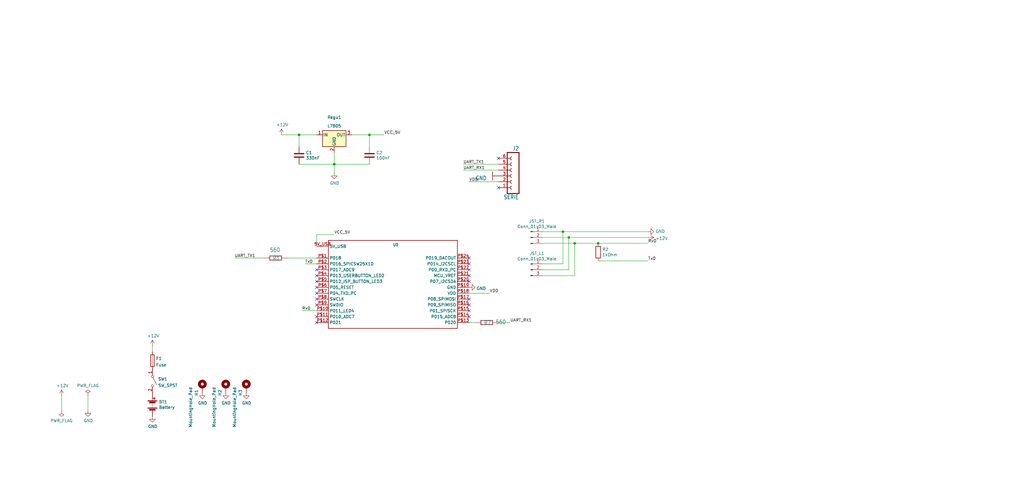
<source format=kicad_sch>
(kicad_sch (version 20211123) (generator eeschema)
  (paper "User" 443.56 210.007)
  (lib_symbols
    (symbol "CarteUE441_v2-eagle-import:FE06-1"
      (property "Reference" "SV" (at -1.27 10.922 0))
      (property "Value" "FE06-1" (at -1.27 -10.16 0))
      (symbol "FE06-1_1_0"
        (polyline (pts (xy -1.27 10.16) (xy -1.27 -7.62)) (stroke (width 0.4064)))
        (polyline (pts (xy -1.27 10.16) (xy 3.81 10.16)) (stroke (width 0.4064)))
        (polyline (pts (xy 3.81 -7.62) (xy -1.27 -7.62)) (stroke (width 0.4064)))
        (polyline (pts (xy 3.81 -7.62) (xy 3.81 10.16)) (stroke (width 0.4064)))
        (arc (start 1.905 -5.715) (mid 2.54 -5.08) (end 1.905 -4.445) (stroke (width 0.254)))
        (arc (start 1.905 -3.175) (mid 2.54 -2.54) (end 1.905 -1.905) (stroke (width 0.254)))
        (arc (start 1.905 -0.635) (mid 2.54 0) (end 1.905 0.635) (stroke (width 0.254)))
        (arc (start 1.905 1.905) (mid 2.54 2.54) (end 1.905 3.175) (stroke (width 0.254)))
        (arc (start 1.905 4.445) (mid 2.54 5.08) (end 1.905 5.715) (stroke (width 0.254)))
        (arc (start 1.905 6.985) (mid 2.54 7.62) (end 1.905 8.255) (stroke (width 0.254)))
        (pin passive line (at 7.62 -5.08 180) (length 5.08) (name "1") (number "1"))
        (pin passive line (at 7.62 -2.54 180) (length 5.08) (name "2") (number "2"))
        (pin passive line (at 7.62 0 180) (length 5.08) (name "3") (number "3"))
        (pin passive line (at 7.62 2.54 180) (length 5.08) (name "4") (number "4"))
        (pin passive line (at 7.62 5.08 180) (length 5.08) (name "5") (number "5"))
        (pin passive line (at 7.62 7.62 180) (length 5.08) (name "6") (number "6"))
      )
    )
    (symbol "CarteUE441_v2-eagle-import:GND" (power)
      (property "Value" "GND" (at -2.54 -2.54 0))
      (symbol "GND_1_0"
        (polyline (pts (xy -1.905 0) (xy 1.905 0)) (stroke (width 0.254)))
        (pin power_in line (at 0 2.54 270) (length 2.54) (name "GND") (number "1"))
      )
    )
    (symbol "CarteUE441_v2-eagle-import:R-EU_M1206"
      (property "Reference" "R" (at -3.81 1.4986 0))
      (property "Value" "R-EU_M1206" (at -3.81 -3.302 0))
      (symbol "R-EU_M1206_1_0"
        (polyline (pts (xy -2.54 -0.889) (xy -2.54 0.889)) (stroke (width 0.254)))
        (polyline (pts (xy -2.54 -0.889) (xy 2.54 -0.889)) (stroke (width 0.254)))
        (polyline (pts (xy 2.54 -0.889) (xy 2.54 0.889)) (stroke (width 0.254)))
        (polyline (pts (xy 2.54 0.889) (xy -2.54 0.889)) (stroke (width 0.254)))
        (pin passive line (at -5.08 0 0) (length 2.54) (name "1") (number "1"))
        (pin passive line (at 5.08 0 180) (length 2.54) (name "2") (number "2"))
      )
    )
    (symbol "CarteUE441_v2-eagle-import:XPRESSO_804"
      (symbol "XPRESSO_804_1_0"
        (polyline (pts (xy -27.94 -10.16) (xy -27.94 27.94)) (stroke (width 0.254)))
        (polyline (pts (xy -27.94 27.94) (xy 27.94 27.94)) (stroke (width 0.254)))
        (polyline (pts (xy 27.94 -10.16) (xy -27.94 -10.16)) (stroke (width 0.254)))
        (polyline (pts (xy 27.94 27.94) (xy 27.94 -10.16)) (stroke (width 0.254)))
        (pin bidirectional line (at -33.02 25.4 0) (length 5.08) (name "5V_USB") (number "5V_USB"))
        (pin bidirectional line (at -33.02 20.32 0) (length 5.08) (name "P018") (number "P$1"))
        (pin bidirectional line (at -33.02 -2.54 0) (length 5.08) (name "P011_LED4") (number "P$10"))
        (pin bidirectional line (at -33.02 -5.08 0) (length 5.08) (name "P010_ADC7") (number "P$11"))
        (pin bidirectional line (at -33.02 -7.62 0) (length 5.08) (name "P021") (number "P$12"))
        (pin bidirectional line (at 33.02 -7.62 180) (length 5.08) (name "P020") (number "P$13"))
        (pin bidirectional line (at 33.02 -5.08 180) (length 5.08) (name "P015_ADC8") (number "P$14"))
        (pin bidirectional line (at 33.02 -2.54 180) (length 5.08) (name "P01_SPISCK") (number "P$15"))
        (pin bidirectional line (at 33.02 0 180) (length 5.08) (name "P09_SPIMISO") (number "P$16"))
        (pin bidirectional line (at 33.02 2.54 180) (length 5.08) (name "P08_SPIMOSI") (number "P$17"))
        (pin bidirectional line (at 33.02 5.08 180) (length 5.08) (name "VDD") (number "P$18"))
        (pin bidirectional line (at 33.02 7.62 180) (length 5.08) (name "GND") (number "P$19"))
        (pin bidirectional line (at -33.02 17.78 0) (length 5.08) (name "P016_SPICSW25X10") (number "P$2"))
        (pin bidirectional line (at 33.02 10.16 180) (length 5.08) (name "P07_I2CSDA") (number "P$20"))
        (pin bidirectional line (at 33.02 12.7 180) (length 5.08) (name "MCU_VREF") (number "P$21"))
        (pin bidirectional line (at 33.02 15.24 180) (length 5.08) (name "P00_RXD_PC") (number "P$22"))
        (pin bidirectional line (at 33.02 17.78 180) (length 5.08) (name "P014_I2CSCL") (number "P$23"))
        (pin bidirectional line (at 33.02 20.32 180) (length 5.08) (name "P019_DACOUT") (number "P$24"))
        (pin bidirectional line (at -33.02 15.24 0) (length 5.08) (name "P017_ADC9") (number "P$3"))
        (pin bidirectional line (at -33.02 12.7 0) (length 5.08) (name "P013_USERBUTTON_LED2") (number "P$4"))
        (pin bidirectional line (at -33.02 10.16 0) (length 5.08) (name "P012_ISP_BUTTON_LED3") (number "P$5"))
        (pin bidirectional line (at -33.02 7.62 0) (length 5.08) (name "P05_RESET") (number "P$6"))
        (pin bidirectional line (at -33.02 5.08 0) (length 5.08) (name "P04_TXD_PC") (number "P$7"))
        (pin bidirectional line (at -33.02 2.54 0) (length 5.08) (name "SWCLK") (number "P$8"))
        (pin bidirectional line (at -33.02 0 0) (length 5.08) (name "SWDIO") (number "P$9"))
      )
    )
    (symbol "Connector:Conn_01x03_Male" (pin_names (offset 1.016) hide)
      (property "Reference" "J" (at 0 5.08 0))
      (property "Value" "Conn_01x03_Male" (at 0 -5.08 0))
      (symbol "Conn_01x03_Male_1_1"
        (polyline (pts (xy 1.27 -2.54) (xy 0.8636 -2.54)) (stroke (width 0.1524)))
        (polyline (pts (xy 1.27 0) (xy 0.8636 0)) (stroke (width 0.1524)))
        (polyline (pts (xy 1.27 2.54) (xy 0.8636 2.54)) (stroke (width 0.1524)))
        (rectangle (start 0.8636 -2.413) (end 0 -2.667) (stroke (width 0.1524)) (fill (type outline)))
        (rectangle (start 0.8636 0.127) (end 0 -0.127) (stroke (width 0.1524)) (fill (type outline)))
        (rectangle (start 0.8636 2.667) (end 0 2.413) (stroke (width 0.1524)) (fill (type outline)))
        (pin passive line (at 5.08 2.54 180) (length 3.81) (name "Pin_1") (number "1"))
        (pin passive line (at 5.08 0 180) (length 3.81) (name "Pin_2") (number "2"))
        (pin passive line (at 5.08 -2.54 180) (length 3.81) (name "Pin_3") (number "3"))
      )
    )
    (symbol "Device:Battery" (pin_numbers hide) (pin_names (offset 0) hide)
      (property "Reference" "BT" (at 2.54 2.54 0))
      (property "Value" "Battery" (at 2.54 0 0))
      (symbol "Battery_0_1"
        (rectangle (start -2.032 -1.397) (end 2.032 -1.651) (fill (type outline)))
        (rectangle (start -2.032 1.778) (end 2.032 1.524) (fill (type outline)))
        (rectangle (start -1.3208 -1.9812) (end 1.27 -2.4892) (fill (type outline)))
        (rectangle (start -1.3208 1.1938) (end 1.27 0.6858) (fill (type outline)))
        (polyline (pts (xy 0 -1.524) (xy 0 -1.27)))
        (polyline (pts (xy 0 -1.016) (xy 0 -0.762)))
        (polyline (pts (xy 0 -0.508) (xy 0 -0.254)))
        (polyline (pts (xy 0 0) (xy 0 0.254)))
        (polyline (pts (xy 0 0.508) (xy 0 0.762)))
        (polyline (pts (xy 0 1.778) (xy 0 2.54)))
        (polyline (pts (xy 0.254 2.667) (xy 1.27 2.667)) (stroke (width 0.254)))
        (polyline (pts (xy 0.762 3.175) (xy 0.762 2.159)) (stroke (width 0.254)))
      )
      (symbol "Battery_1_1"
        (pin passive line (at 0 5.08 270) (length 2.54) (name "+") (number "1"))
        (pin passive line (at 0 -5.08 90) (length 2.54) (name "-") (number "2"))
      )
    )
    (symbol "Device:C" (pin_numbers hide) (pin_names (offset 0.254))
      (property "Reference" "C" (at 0.635 2.54 0))
      (property "Value" "C" (at 0.635 -2.54 0))
      (symbol "C_0_1"
        (polyline (pts (xy -2.032 -0.762) (xy 2.032 -0.762)) (stroke (width 0.508)))
        (polyline (pts (xy -2.032 0.762) (xy 2.032 0.762)) (stroke (width 0.508)))
      )
      (symbol "C_1_1"
        (pin passive line (at 0 3.81 270) (length 2.794) (name "~") (number "1"))
        (pin passive line (at 0 -3.81 90) (length 2.794) (name "~") (number "2"))
      )
    )
    (symbol "Device:Fuse" (pin_numbers hide) (pin_names (offset 0))
      (property "Reference" "F" (at 2.032 0 90))
      (property "Value" "Fuse" (at -1.905 0 90))
      (symbol "Fuse_0_1"
        (rectangle (start -0.762 -2.54) (end 0.762 2.54) (stroke (width 0.254)))
        (polyline (pts (xy 0 2.54) (xy 0 -2.54)))
      )
      (symbol "Fuse_1_1"
        (pin passive line (at 0 3.81 270) (length 1.27) (name "~") (number "1"))
        (pin passive line (at 0 -3.81 90) (length 1.27) (name "~") (number "2"))
      )
    )
    (symbol "Device:R" (pin_numbers hide) (pin_names (offset 0))
      (property "Reference" "R" (at 2.032 0 90))
      (property "Value" "R" (at 0 0 90))
      (symbol "R_0_1"
        (rectangle (start -1.016 -2.54) (end 1.016 2.54) (stroke (width 0.254)))
      )
      (symbol "R_1_1"
        (pin passive line (at 0 3.81 270) (length 1.27) (name "~") (number "1"))
        (pin passive line (at 0 -3.81 90) (length 1.27) (name "~") (number "2"))
      )
    )
    (symbol "Mechanical:MountingHole_Pad" (pin_numbers hide) (pin_names (offset 1.016) hide)
      (property "Reference" "H" (at 0 6.35 0))
      (property "Value" "MountingHole_Pad" (at 0 4.445 0))
      (symbol "MountingHole_Pad_0_1"
        (circle (center 0 1.27) (radius 1.27) (stroke (width 1.27)))
      )
      (symbol "MountingHole_Pad_1_1"
        (pin input line (at 0 -2.54 90) (length 2.54) (name "1") (number "1"))
      )
    )
    (symbol "Regulator_Linear:L7805" (pin_names (offset 0.254))
      (property "Reference" "U" (at -3.81 3.175 0))
      (property "Value" "L7805" (at 0 3.175 0))
      (symbol "L7805_0_1"
        (rectangle (start -5.08 1.905) (end 5.08 -5.08) (stroke (width 0.254)) (fill (type background)))
      )
      (symbol "L7805_1_1"
        (pin power_in line (at -7.62 0 0) (length 2.54) (name "IN") (number "1"))
        (pin power_in line (at 0 -7.62 90) (length 2.54) (name "GND") (number "2"))
        (pin power_out line (at 7.62 0 180) (length 2.54) (name "OUT") (number "3"))
      )
    )
    (symbol "Switch:SW_SPST" (pin_names (offset 0) hide)
      (property "Reference" "SW" (at 0 3.175 0))
      (property "Value" "SW_SPST" (at 0 -2.54 0))
      (symbol "SW_SPST_0_0"
        (circle (center -2.032 0) (radius 0.508))
        (polyline (pts (xy -1.524 0.254) (xy 1.524 1.778)))
        (circle (center 2.032 0) (radius 0.508))
      )
      (symbol "SW_SPST_1_1"
        (pin passive line (at -5.08 0 0) (length 2.54) (name "A") (number "1"))
        (pin passive line (at 5.08 0 180) (length 2.54) (name "B") (number "2"))
      )
    )
    (symbol "power:+12V" (power) (pin_names (offset 0))
      (property "Value" "+12V" (at 0 3.556 0))
      (symbol "+12V_0_1"
        (polyline (pts (xy -0.762 1.27) (xy 0 2.54)))
        (polyline (pts (xy 0 0) (xy 0 2.54)))
        (polyline (pts (xy 0 2.54) (xy 0.762 1.27)))
      )
      (symbol "+12V_1_1"
        (pin power_in line (at 0 0 90) (length 0) hide (name "+12V") (number "1"))
      )
    )
    (symbol "power:GND" (power) (pin_names (offset 0))
      (property "Value" "GND" (at 0 -3.81 0))
      (symbol "GND_0_1"
        (polyline (pts (xy 0 0) (xy 0 -1.27) (xy 1.27 -1.27) (xy 0 -2.54) (xy -1.27 -1.27) (xy 0 -1.27)))
      )
      (symbol "GND_1_1"
        (pin power_in line (at 0 0 270) (length 0) hide (name "GND") (number "1"))
      )
    )
    (symbol "power:PWR_FLAG" (power) (pin_numbers hide) (pin_names (offset 0) hide)
      (property "Value" "PWR_FLAG" (at 0 3.81 0))
      (symbol "PWR_FLAG_0_0"
        (pin power_out line (at 0 0 90) (length 0) (name "pwr") (number "1"))
      )
      (symbol "PWR_FLAG_0_1"
        (polyline (pts (xy 0 0) (xy 0 1.27) (xy -1.016 1.905) (xy 0 2.54) (xy 1.016 1.905) (xy 0 1.27)))
      )
    )
  )
  (junction (at 246.38 102.87))
  (junction (at 248.92 105.41))
  (junction (at 129.54 58.42))
  (junction (at 243.84 100.33))
  (junction (at 259.08 105.41))
  (junction (at 160.02 58.42))
  (junction (at 144.78 71.12))
  (no_connect (at 215.9 68.58))
  (no_connect (at 215.9 81.28))
  (no_connect (at 137.16 121.92))
  (no_connect (at 137.16 124.46))
  (no_connect (at 137.16 137.16))
  (no_connect (at 137.16 139.7))
  (no_connect (at 137.16 116.84))
  (no_connect (at 137.16 119.38))
  (no_connect (at 137.16 127))
  (no_connect (at 137.16 129.54))
  (no_connect (at 137.16 132.08))
  (no_connect (at 203.2 137.16))
  (no_connect (at 203.2 134.62))
  (no_connect (at 203.2 132.08))
  (no_connect (at 203.2 129.54))
  (no_connect (at 203.2 121.92))
  (no_connect (at 203.2 119.38))
  (no_connect (at 203.2 116.84))
  (no_connect (at 203.2 114.3))
  (no_connect (at 203.2 111.76))
  (wire (pts (xy 243.84 100.33) (xy 243.84 114.3)))
  (wire (pts (xy 66.04 149.86) (xy 66.04 152.4)))
  (wire (pts (xy 129.54 71.12) (xy 144.78 71.12)))
  (wire (pts (xy 234.95 102.87) (xy 246.38 102.87)))
  (wire (pts (xy 248.92 105.41) (xy 248.92 119.38)))
  (wire (pts (xy 137.16 106.68) (xy 137.16 101.6)))
  (wire (pts (xy 129.54 58.42) (xy 137.16 58.42)))
  (wire (pts (xy 160.02 58.42) (xy 152.4 58.42)))
  (wire (pts (xy 243.84 100.33) (xy 280.67 100.33)))
  (wire (pts (xy 38.1 171.45) (xy 38.1 177.8)))
  (wire (pts (xy 248.92 119.38) (xy 234.95 119.38)))
  (wire (pts (xy 160.02 71.12) (xy 144.78 71.12)))
  (wire (pts (xy 259.08 105.41) (xy 280.67 105.41)))
  (wire (pts (xy 144.78 71.12) (xy 144.78 74.93)))
  (wire (pts (xy 234.95 100.33) (xy 243.84 100.33)))
  (wire (pts (xy 246.38 102.87) (xy 280.67 102.87)))
  (wire (pts (xy 137.16 101.6) (xy 144.78 101.6)))
  (wire (pts (xy 129.54 58.42) (xy 121.92 58.42)))
  (wire (pts (xy 215.9 71.12) (xy 200.66 71.12)))
  (wire (pts (xy 129.54 58.42) (xy 129.54 63.5)))
  (wire (pts (xy 160.02 58.42) (xy 166.37 58.42)))
  (wire (pts (xy 234.95 105.41) (xy 248.92 105.41)))
  (wire (pts (xy 246.38 102.87) (xy 246.38 116.84)))
  (wire (pts (xy 101.6 111.76) (xy 114.3 111.76)))
  (wire (pts (xy 203.2 139.7) (xy 205.74 139.7)))
  (wire (pts (xy 243.84 114.3) (xy 234.95 114.3)))
  (wire (pts (xy 246.38 116.84) (xy 234.95 116.84)))
  (wire (pts (xy 130.81 134.62) (xy 137.16 134.62)))
  (wire (pts (xy 203.2 78.74) (xy 215.9 78.74)))
  (wire (pts (xy 248.92 105.41) (xy 259.08 105.41)))
  (wire (pts (xy 26.67 171.45) (xy 26.67 177.8)))
  (wire (pts (xy 259.08 113.03) (xy 280.67 113.03)))
  (wire (pts (xy 144.78 66.04) (xy 144.78 71.12)))
  (wire (pts (xy 124.46 111.76) (xy 137.16 111.76)))
  (wire (pts (xy 132.08 114.3) (xy 137.16 114.3)))
  (wire (pts (xy 203.2 127) (xy 212.09 127)))
  (wire (pts (xy 160.02 63.5) (xy 160.02 58.42)))
  (wire (pts (xy 200.66 73.66) (xy 215.9 73.66)))
  (wire (pts (xy 215.9 139.7) (xy 220.98 139.7)))
  (label "UART_RX1" (at 200.66 73.66 0) (effects (font (size 1.2446 1.2446))))
  (label "Rx0" (at 280.67 105.41 0))
  (label "VDD" (at 203.2 78.74 0))
  (label "Tx0" (at 132.08 114.3 0))
  (label "UART_RX1" (at 220.98 139.7 0) (effects (font (size 1.2446 1.2446))))
  (label "Rx0" (at 130.81 134.62 0))
  (label "UART_TX1" (at 200.66 71.12 0) (effects (font (size 1.2446 1.2446))))
  (label "Tx0" (at 280.67 113.03 0))
  (label "VCC_5V" (at 166.37 58.42 0))
  (label "VDD" (at 212.09 127 0))
  (label "VCC_5V" (at 144.78 101.6 0) (effects (font (size 1.2446 1.2446))))
  (label "UART_TX1" (at 101.6 111.76 0) (effects (font (size 1.2446 1.2446))))
  (symbol (lib_id "CarteUE441_v2-eagle-import:XPRESSO_804") (at 170.18 132.08 0) (unit 1)
    (property "Reference" "U0" (at 170.18 106.68 0) (effects (font (size 1.27 1.0795)) (justify left bottom)))
    (property "Value" "XPRESSO_804" (effects hide))
    (property "Footprint" "CarteUE441_v2:LIB_ENS_AJ_V1_XPRESSO_804" (effects hide))
  )
  (symbol (lib_id "power:GND") (at 280.67 100.33 90) (unit 1)
    (property "Reference" "#PWR0102" (effects hide))
    (property "Value" "GND" (at 283.9212 100.203 90) (effects (justify right)))
  )
  (symbol (lib_id "CarteUE441_v2-eagle-import:R-EU_M1206") (at 210.82 139.7 0) (unit 1)
    (property "Reference" "R7" (at 209.55 140.7414 0) (effects (font (size 1.778 1.5113)) (justify left bottom)))
    (property "Value" "560" (at 214.63 140.462 0) (effects (font (size 1.778 1.5113)) (justify left bottom)))
    (property "Footprint" "Resistor_SMD:R_1206_3216Metric" (effects hide))
  )
  (symbol (lib_id "power:GND") (at 87.63 170.18 0) (unit 1)
    (property "Reference" "#PWR0108" (effects hide))
    (property "Value" "GND" (at 87.757 174.5742 0))
  )
  (symbol (lib_id "Device:C") (at 129.54 67.31 0) (unit 1)
    (property "Reference" "C1" (at 132.461 66.1416 0) (effects (justify left)))
    (property "Value" "330nF" (at 132.461 68.453 0) (effects (justify left)))
    (property "Footprint" "Capacitor_SMD:C_1206_3216Metric" (effects hide))
  )
  (symbol (lib_id "power:PWR_FLAG") (at 26.67 177.8 180) (unit 1)
    (property "Reference" "#FLG0102" (effects hide))
    (property "Value" "PWR_FLAG" (at 26.67 182.2196 0))
  )
  (symbol (lib_id "power:GND") (at 97.79 170.18 0) (unit 1)
    (property "Reference" "#PWR0109" (effects hide))
    (property "Value" "GND" (at 97.917 174.5742 0))
  )
  (symbol (lib_id "power:+12V") (at 280.67 102.87 270) (unit 1)
    (property "Reference" "#PWR0103" (effects hide))
    (property "Value" "+12V" (at 283.9212 103.251 90) (effects (justify left)))
  )
  (symbol (lib_id "power:PWR_FLAG") (at 38.1 171.45 0) (unit 1)
    (property "Reference" "#FLG0101" (effects hide))
    (property "Value" "PWR_FLAG" (at 38.1 167.0304 0))
  )
  (symbol (lib_id "Device:R") (at 259.08 109.22 0) (unit 1)
    (property "Reference" "R2" (at 260.858 108.0516 0) (effects (justify left)))
    (property "Value" "1kOhm" (at 260.858 110.363 0) (effects (justify left)))
    (property "Footprint" "Resistor_SMD:R_1206_3216Metric" (effects hide))
  )
  (symbol (lib_id "power:GND") (at 66.04 180.34 0) (unit 1)
    (property "Reference" "#PWR0111" (effects hide))
    (property "Value" "GND" (at 66.167 184.7342 0))
  )
  (symbol (lib_id "Mechanical:MountingHole_Pad") (at 97.79 167.64 0) (unit 1)
    (property "Reference" "H2" (at 95.25 168.7068 90) (effects (justify right)))
    (property "Value" "MountingHole_Pad" (at 92.71 167.64 90) (effects (justify right)))
    (property "Footprint" "MountingHole:MountingHole_2.7mm_Pad" (effects hide))
  )
  (symbol (lib_id "Mechanical:MountingHole_Pad") (at 106.68 167.64 0) (unit 1)
    (property "Reference" "H3" (at 104.14 168.7068 90) (effects (justify right)))
    (property "Value" "MountingHole_Pad" (at 101.6 167.64 90) (effects (justify right)))
    (property "Footprint" "MountingHole:MountingHole_2.7mm_Pad" (effects hide))
  )
  (symbol (lib_id "power:+12V") (at 26.67 171.45 0) (unit 1)
    (property "Reference" "#PWR0106" (effects hide))
    (property "Value" "+12V" (at 27.051 167.0558 0))
  )
  (symbol (lib_id "Connector:Conn_01x03_Male") (at 229.87 102.87 0) (unit 1)
    (property "Reference" "JST_R1" (at 232.5624 95.8088 0))
    (property "Value" "Conn_01x03_Male" (at 232.5624 98.1202 0))
    (property "Footprint" "Connector_Molex:Molex_SPOX_5267-03A_1x03_P2.50mm_Vertical" (effects hide))
  )
  (symbol (lib_id "Device:Battery") (at 66.04 175.26 0) (unit 1)
    (property "Reference" "BT1" (at 68.7832 174.0916 0) (effects (justify left)))
    (property "Value" "Battery" (at 68.7832 176.403 0) (effects (justify left)))
    (property "Footprint" "Connector_AMASS:AMASS_XT60-F_1x02_P7.20mm_Vertical" (effects hide))
  )
  (symbol (lib_id "Device:C") (at 160.02 67.31 0) (unit 1)
    (property "Reference" "C2" (at 162.941 66.1416 0) (effects (justify left)))
    (property "Value" "100nF" (at 162.941 68.453 0) (effects (justify left)))
    (property "Footprint" "Capacitor_SMD:C_1206_3216Metric" (effects hide))
  )
  (symbol (lib_id "power:+12V") (at 66.04 149.86 0) (unit 1)
    (property "Reference" "#PWR0112" (effects hide))
    (property "Value" "+12V" (at 66.421 145.4658 0))
  )
  (symbol (lib_id "power:GND") (at 106.68 170.18 0) (unit 1)
    (property "Reference" "#PWR0110" (effects hide))
    (property "Value" "GND" (at 106.807 174.5742 0))
  )
  (symbol (lib_id "Switch:SW_SPST") (at 66.04 165.1 270) (unit 1)
    (property "Reference" "SW1" (at 68.453 164.1915 90) (effects (justify left)))
    (property "Value" "SW_SPST" (at 68.453 166.9666 90) (effects (justify left)))
    (property "Footprint" "Button_Switch_THT:SW_DIP_SPSTx01_Slide_9.78x4.72mm_W7.62mm_P2.54mm" (effects hide))
  )
  (symbol (lib_id "Mechanical:MountingHole_Pad") (at 87.63 167.64 0) (unit 1)
    (property "Reference" "H1" (at 85.09 168.7068 90) (effects (justify right)))
    (property "Value" "MountingHole_Pad" (at 82.55 167.64 90) (effects (justify right)))
    (property "Footprint" "MountingHole:MountingHole_2.7mm_Pad" (effects hide))
  )
  (symbol (lib_id "Regulator_Linear:L7805") (at 144.78 58.42 0) (unit 1)
    (property "Reference" "Regu1" (at 144.78 50.8 0))
    (property "Value" "L7805" (at 144.78 54.5846 0))
    (property "Footprint" "Package_TO_SOT_THT:TO-220-3_Vertical" (effects hide))
    (property "Datasheet" "http://www.st.com/content/ccc/resource/technical/document/datasheet/41/4f/b3/b0/12/d4/47/88/CD00000444.pdf/files/CD00000444.pdf/jcr:content/translations/en.CD00000444.pdf" (effects hide))
  )
  (symbol (lib_id "power:GND") (at 38.1 177.8 0) (unit 1)
    (property "Reference" "#PWR0107" (effects hide))
    (property "Value" "GND" (at 38.227 182.1942 0))
  )
  (symbol (lib_id "CarteUE441_v2-eagle-import:FE06-1") (at 223.52 76.2 0) (mirror y) (unit 1)
    (property "Reference" "J2" (at 224.79 65.278 0) (effects (font (size 1.778 1.5113)) (justify left bottom)))
    (property "Value" "SERIE" (at 224.79 86.36 0) (effects (font (size 1.778 1.5113)) (justify left bottom)))
    (property "Footprint" "CarteUE441_v2:CON-LSTA_FE06" (effects hide))
  )
  (symbol (lib_id "CarteUE441_v2-eagle-import:R-EU_M1206") (at 119.38 111.76 0) (unit 1)
    (property "Reference" "R1" (at 118.11 112.8014 0) (effects (font (size 1.778 1.5113)) (justify left bottom)))
    (property "Value" "560" (at 116.84 109.22 0) (effects (font (size 1.778 1.5113)) (justify left bottom)))
    (property "Footprint" "Resistor_SMD:R_1206_3216Metric" (effects hide))
  )
  (symbol (lib_id "power:GND") (at 144.78 74.93 0) (unit 1)
    (property "Reference" "#PWR0105" (effects hide))
    (property "Value" "GND" (at 144.907 79.3242 0))
  )
  (symbol (lib_id "power:GND") (at 203.2 124.46 90) (unit 1)
    (property "Reference" "#PWR0101" (effects hide))
    (property "Value" "GND" (at 206.375 124.939 90) (effects (justify right)))
  )
  (symbol (lib_id "CarteUE441_v2-eagle-import:GND") (at 213.36 76.2 270) (unit 1)
    (property "Reference" "#GND03" (effects hide))
    (property "Value" "GND" (at 210.82 76.2 90) (effects (font (size 1.778 1.5113)) (justify right top)))
  )
  (symbol (lib_id "Device:Fuse") (at 66.04 156.21 0) (unit 1)
    (property "Reference" "F1" (at 67.564 155.3015 0) (effects (justify left)))
    (property "Value" "Fuse" (at 67.564 158.0766 0) (effects (justify left)))
    (property "Footprint" "Fuse:Fuseholder_Cylinder-5x20mm_Schurter_0031_8201_Horizontal_Open" (effects hide))
  )
  (symbol (lib_id "Connector:Conn_01x03_Male") (at 229.87 116.84 0) (unit 1)
    (property "Reference" "JST_L1" (at 232.5624 109.7788 0))
    (property "Value" "Conn_01x03_Male" (at 232.5624 112.0902 0))
    (property "Footprint" "Connector_Molex:Molex_SPOX_5267-03A_1x03_P2.50mm_Vertical" (effects hide))
  )
  (symbol (lib_id "power:+12V") (at 121.92 58.42 0) (unit 1)
    (property "Reference" "#PWR0104" (effects hide))
    (property "Value" "+12V" (at 122.301 54.0258 0))
  )
)
</source>
